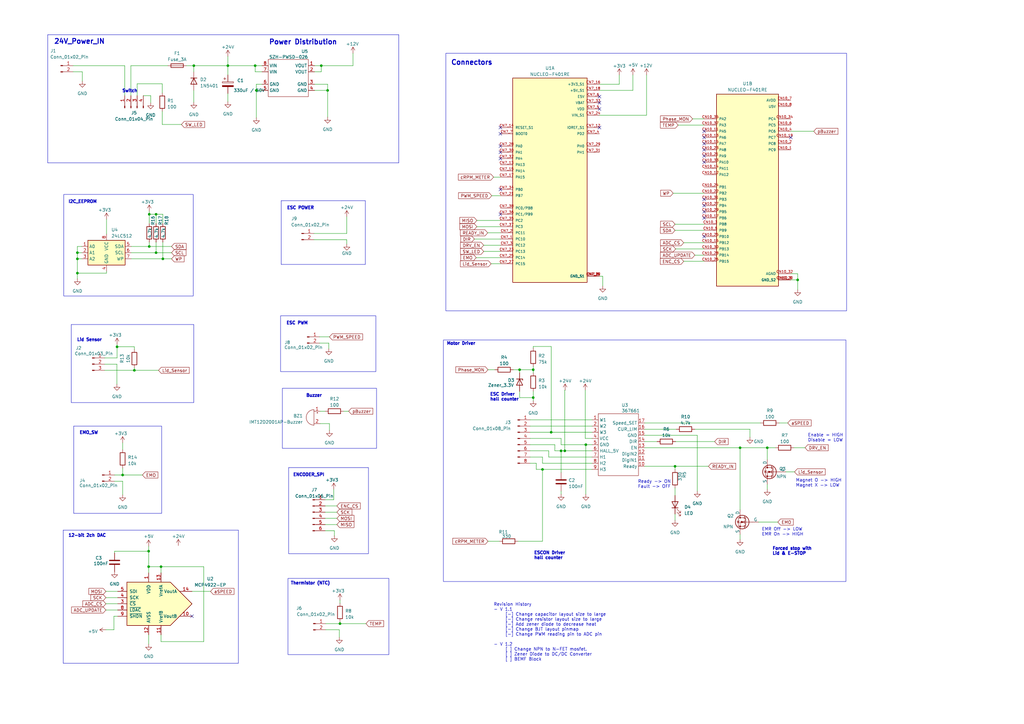
<source format=kicad_sch>
(kicad_sch (version 20230121) (generator eeschema)
  (paper "A3")
  (title_block (title "Spin Coater") (date "2023-03-14") (rev "Rev 1.0") (company "Omniscience"))
  (junction (at 218.694 151.638))
  (junction (at 61.214 87.884))
  (junction (at 303.53 183.642))
  (junction (at 31.75 112.014))
  (junction (at 276.86 191.262))
  (junction (at 64.008 87.884))
  (junction (at 48.006 142.24))
  (junction (at 230.124 184.912))
  (junction (at 104.648 26.924))
  (junction (at 222.504 192.532))
  (junction (at 60.96 226.06))
  (junction (at 79.502 26.924))
  (junction (at 327.152 114.808))
  (junction (at 31.75 106.172))
  (junction (at 50.292 194.818))
  (junction (at 314.706 183.642))
  (junction (at 240.284 182.372))
  (junction (at 61.214 101.092))
  (junction (at 231.648 184.912))
  (junction (at 131.7752 26.924))
  (junction (at 93.472 26.924))
  (junction (at 226.06 177.292))
  (junction (at 218.694 163.068))
  (junction (at 66.802 106.172))
  (junction (at 139.446 255.778))
  (junction (at 134.366 37.084))
  (junction (at 66.04 232.41))
  (junction (at 31.75 103.632))
  (junction (at 213.106 151.638))
  (junction (at 55.118 151.892))
  (junction (at 105.156 37.084))
  (junction (at 64.008 103.632))
  (junction (at 60.96 232.41))
  (no_connect (at 288.798 81.788))
  (no_connect (at 288.798 66.548))
  (no_connect (at 288.798 56.388))
  (no_connect (at 288.798 86.868))
  (no_connect (at 205.232 54.864))
  (no_connect (at 205.232 87.884))
  (no_connect (at 245.872 44.704))
  (no_connect (at 288.798 64.008))
  (no_connect (at 78.74 252.73))
  (no_connect (at 288.798 61.468))
  (no_connect (at 205.232 59.944))
  (no_connect (at 288.798 84.328))
  (no_connect (at 288.798 53.848))
  (no_connect (at 205.232 62.484))
  (no_connect (at 205.232 65.024))
  (no_connect (at 245.872 52.324))
  (no_connect (at 245.872 39.624))
  (no_connect (at 245.872 42.164))
  (no_connect (at 288.798 58.928))
  (no_connect (at 288.798 89.408))
  (no_connect (at 288.798 97.028))
  (no_connect (at 324.358 56.388))
  (no_connect (at 205.232 52.324))
  (no_connect (at 205.232 77.724))
  (wire (pts (xy 135.128 138.176) (xy 131.064 138.176)))
  (wire (pts (xy 131.7752 26.924) (xy 144.78 26.924)))
  (wire (pts (xy 217.424 182.372) (xy 227.584 182.372)))
  (wire (pts (xy 226.06 177.292) (xy 242.824 177.292)))
  (wire (pts (xy 143.002 168.656) (xy 140.97 168.656)))
  (wire (pts (xy 105.156 34.544) (xy 105.156 37.084)))
  (wire (pts (xy 31.75 101.092) (xy 31.75 103.632)))
  (wire (pts (xy 210.566 151.638) (xy 213.106 151.638)))
  (wire (pts (xy 66.04 260.35) (xy 66.04 263.144)))
  (wire (pts (xy 324.358 114.808) (xy 327.152 114.808)))
  (wire (pts (xy 327.152 114.808) (xy 327.152 118.7704)))
  (wire (pts (xy 139.192 261.366) (xy 139.192 258.318)))
  (wire (pts (xy 138.176 210.058) (xy 133.35 210.058)))
  (wire (pts (xy 284.988 176.022) (xy 307.594 176.022)))
  (wire (pts (xy 64.008 103.632) (xy 53.848 103.632)))
  (wire (pts (xy 64.008 87.884) (xy 64.008 91.694)))
  (wire (pts (xy 66.802 106.172) (xy 53.848 106.172)))
  (wire (pts (xy 56.2356 39.2176) (xy 56.2356 34.3916)))
  (wire (pts (xy 139.446 255.016) (xy 139.446 255.778)))
  (wire (pts (xy 276.86 191.262) (xy 276.86 192.532)))
  (wire (pts (xy 42.926 146.812) (xy 48.006 146.812)))
  (wire (pts (xy 264.414 183.642) (xy 303.53 183.642)))
  (wire (pts (xy 61.214 86.614) (xy 61.214 87.884)))
  (wire (pts (xy 46.99 226.06) (xy 60.96 226.06)))
  (wire (pts (xy 93.472 38.354) (xy 93.472 41.656)))
  (wire (pts (xy 60.96 260.35) (xy 60.96 264.16)))
  (wire (pts (xy 133.35 168.656) (xy 131.318 168.656)))
  (wire (pts (xy 105.156 37.084) (xy 105.156 48.26)))
  (wire (pts (xy 245.872 37.084) (xy 259.588 37.084)))
  (wire (pts (xy 43.434 245.11) (xy 48.26 245.11)))
  (wire (pts (xy 135.128 176.53) (xy 135.128 173.736)))
  (wire (pts (xy 314.706 200.66) (xy 314.706 198.628)))
  (wire (pts (xy 139.192 258.318) (xy 133.604 258.318)))
  (wire (pts (xy 43.688 89.916) (xy 43.688 96.012)))
  (wire (pts (xy 264.414 176.022) (xy 277.368 176.022)))
  (wire (pts (xy 217.424 184.912) (xy 225.044 184.912)))
  (wire (pts (xy 217.424 172.212) (xy 242.824 172.212)))
  (wire (pts (xy 201.422 108.204) (xy 205.232 108.204)))
  (wire (pts (xy 42.926 151.892) (xy 55.118 151.892)))
  (wire (pts (xy 47.9552 149.352) (xy 47.9552 157.5816)))
  (wire (pts (xy 202.438 72.644) (xy 205.232 72.644)))
  (wire (pts (xy 31.75 112.014) (xy 31.75 114.3)))
  (wire (pts (xy 128.778 98.298) (xy 142.24 98.298)))
  (wire (pts (xy 93.472 26.924) (xy 104.648 26.924)))
  (wire (pts (xy 276.098 79.248) (xy 288.798 79.248)))
  (wire (pts (xy 79.502 41.91) (xy 79.502 37.084)))
  (wire (pts (xy 327.152 112.268) (xy 327.152 114.808)))
  (wire (pts (xy 219.964 189.992) (xy 219.964 192.532)))
  (wire (pts (xy 29.972 29.464) (xy 33.782 29.464)))
  (wire (pts (xy 194.564 98.044) (xy 205.232 98.044)))
  (wire (pts (xy 142.24 95.758) (xy 128.778 95.758)))
  (wire (pts (xy 60.96 232.41) (xy 66.04 232.41)))
  (wire (pts (xy 142.24 88.9) (xy 142.24 95.758)))
  (wire (pts (xy 200.025 95.504) (xy 205.232 95.504)))
  (wire (pts (xy 48.006 142.24) (xy 55.118 142.24)))
  (wire (pts (xy 319.024 214.122) (xy 311.15 214.122)))
  (wire (pts (xy 242.824 184.912) (xy 231.648 184.912)))
  (wire (pts (xy 129.032 26.924) (xy 131.7752 26.924)))
  (wire (pts (xy 55.118 151.892) (xy 65.024 151.892)))
  (wire (pts (xy 61.214 101.092) (xy 53.848 101.092)))
  (wire (pts (xy 217.424 177.292) (xy 226.06 177.292)))
  (wire (pts (xy 60.96 226.06) (xy 60.96 232.41)))
  (wire (pts (xy 129.032 34.544) (xy 134.366 34.544)))
  (wire (pts (xy 230.124 184.912) (xy 227.584 184.912)))
  (wire (pts (xy 222.504 192.532) (xy 222.504 221.996)))
  (wire (pts (xy 225.044 187.452) (xy 242.824 187.452)))
  (wire (pts (xy 50.292 194.818) (xy 58.42 194.818)))
  (wire (pts (xy 138.176 215.138) (xy 133.35 215.138)))
  (wire (pts (xy 242.824 182.372) (xy 240.284 182.372)))
  (wire (pts (xy 79.502 26.924) (xy 79.502 29.464)))
  (wire (pts (xy 259.588 37.084) (xy 259.588 30.734)))
  (wire (pts (xy 218.694 142.113) (xy 218.694 142.748)))
  (wire (pts (xy 307.594 176.022) (xy 307.594 179.324)))
  (wire (pts (xy 64.008 87.884) (xy 61.214 87.884)))
  (wire (pts (xy 284.0736 48.768) (xy 288.798 48.768)))
  (wire (pts (xy 134.366 34.544) (xy 134.366 37.084)))
  (wire (pts (xy 218.694 151.638) (xy 218.694 150.368)))
  (wire (pts (xy 217.424 187.452) (xy 222.504 187.452)))
  (wire (pts (xy 66.04 232.41) (xy 83.566 232.41)))
  (wire (pts (xy 93.472 23.114) (xy 93.472 26.924)))
  (wire (pts (xy 43.434 247.65) (xy 48.26 247.65)))
  (wire (pts (xy 219.964 192.532) (xy 222.504 192.532)))
  (wire (pts (xy 58.7756 39.2176) (xy 61.7982 39.2176)))
  (wire (pts (xy 66.802 91.694) (xy 66.802 87.884)))
  (wire (pts (xy 31.75 112.014) (xy 43.688 112.014)))
  (wire (pts (xy 231.648 160.02) (xy 231.775 160.02)))
  (wire (pts (xy 144.78 21.844) (xy 144.78 26.924)))
  (wire (pts (xy 200.152 221.996) (xy 204.851 221.996)))
  (wire (pts (xy 150.114 255.778) (xy 139.446 255.778)))
  (wire (pts (xy 318.008 183.642) (xy 314.706 183.642)))
  (wire (pts (xy 46.736 252.73) (xy 46.736 258.318)))
  (wire (pts (xy 60.96 232.41) (xy 60.96 234.95)))
  (wire (pts (xy 303.53 221.234) (xy 303.53 219.202)))
  (wire (pts (xy 50.292 184.404) (xy 50.292 181.61)))
  (wire (pts (xy 135.128 173.736) (xy 131.318 173.736)))
  (wire (pts (xy 230.124 182.372) (xy 240.284 182.372)))
  (wire (pts (xy 240.284 182.372) (xy 240.284 202.692)))
  (wire (pts (xy 129.032 29.464) (xy 131.7752 29.464)))
  (wire (pts (xy 230.124 179.832) (xy 217.424 179.832)))
  (wire (pts (xy 66.04 263.144) (xy 83.566 263.144)))
  (wire (pts (xy 277.114 181.102) (xy 293.116 181.102)))
  (wire (pts (xy 50.292 194.818) (xy 50.292 192.024)))
  (wire (pts (xy 139.446 246.126) (xy 139.446 247.396)))
  (wire (pts (xy 31.75 103.632) (xy 31.75 106.172)))
  (wire (pts (xy 53.6956 26.924) (xy 53.6956 39.2176)))
  (wire (pts (xy 213.106 151.638) (xy 218.694 151.638)))
  (wire (pts (xy 70.358 101.092) (xy 61.214 101.092)))
  (wire (pts (xy 78.74 242.57) (xy 86.36 242.57)))
  (wire (pts (xy 222.504 189.992) (xy 242.824 189.992)))
  (wire (pts (xy 138.176 207.518) (xy 133.35 207.518)))
  (wire (pts (xy 264.414 181.102) (xy 269.494 181.102)))
  (wire (pts (xy 218.694 152.908) (xy 218.694 151.638)))
  (wire (pts (xy 66.802 99.314) (xy 66.802 106.172)))
  (wire (pts (xy 131.7752 29.464) (xy 131.7752 26.924)))
  (wire (pts (xy 46.99 226.822) (xy 46.99 226.06)))
  (wire (pts (xy 218.694 163.068) (xy 218.694 164.338)))
  (wire (pts (xy 136.906 204.978) (xy 133.35 204.978)))
  (wire (pts (xy 276.86 91.948) (xy 288.798 91.948)))
  (wire (pts (xy 46.99 194.818) (xy 50.292 194.818)))
  (wire (pts (xy 195.58 92.964) (xy 205.232 92.964)))
  (wire (pts (xy 60.96 224.028) (xy 60.96 226.06)))
  (wire (pts (xy 61.214 87.884) (xy 61.214 91.694)))
  (wire (pts (xy 76.454 26.924) (xy 79.502 26.924)))
  (wire (pts (xy 195.326 105.664) (xy 205.232 105.664)))
  (wire (pts (xy 280.416 107.188) (xy 288.798 107.188)))
  (wire (pts (xy 222.504 187.452) (xy 222.504 189.992)))
  (wire (pts (xy 230.124 182.372) (xy 230.124 179.832)))
  (wire (pts (xy 247.1928 113.284) (xy 245.872 113.284)))
  (wire (pts (xy 280.416 99.568) (xy 288.798 99.568)))
  (wire (pts (xy 290.576 191.262) (xy 276.86 191.262)))
  (wire (pts (xy 231.648 160.02) (xy 231.648 184.912)))
  (wire (pts (xy 134.874 143.002) (xy 134.874 140.716)))
  (wire (pts (xy 55.118 143.256) (xy 55.118 142.24)))
  (wire (pts (xy 133.604 255.778) (xy 139.446 255.778)))
  (wire (pts (xy 104.648 29.464) (xy 104.648 26.924)))
  (wire (pts (xy 31.75 103.632) (xy 33.528 103.632)))
  (wire (pts (xy 46.736 258.318) (xy 43.434 258.318)))
  (wire (pts (xy 231.648 184.912) (xy 230.124 184.912)))
  (wire (pts (xy 48.006 142.24) (xy 48.006 146.812)))
  (wire (pts (xy 55.118 150.876) (xy 55.118 151.892)))
  (wire (pts (xy 83.566 263.144) (xy 83.566 232.41)))
  (wire (pts (xy 70.358 106.172) (xy 66.802 106.172)))
  (wire (pts (xy 66.548 34.3916) (xy 66.548 38.1)))
  (wire (pts (xy 213.106 152.908) (xy 213.106 151.638)))
  (wire (pts (xy 29.972 26.924) (xy 51.1556 26.924)))
  (wire (pts (xy 134.874 140.716) (xy 131.064 140.716)))
  (wire (pts (xy 104.648 26.924) (xy 107.442 26.924)))
  (wire (pts (xy 265.176 47.244) (xy 245.872 47.244)))
  (wire (pts (xy 48.26 252.73) (xy 46.736 252.73)))
  (wire (pts (xy 107.442 29.464) (xy 104.648 29.464)))
  (wire (pts (xy 333.756 53.848) (xy 324.358 53.848)))
  (wire (pts (xy 107.442 37.084) (xy 105.156 37.084)))
  (wire (pts (xy 319.532 173.482) (xy 323.088 173.482)))
  (wire (pts (xy 225.044 184.912) (xy 225.044 187.452)))
  (wire (pts (xy 201.676 80.264) (xy 205.232 80.264)))
  (wire (pts (xy 330.2 183.642) (xy 325.628 183.642)))
  (wire (pts (xy 137.16 219.71) (xy 137.16 217.678)))
  (wire (pts (xy 66.548 51.054) (xy 74.422 51.054)))
  (wire (pts (xy 43.434 250.19) (xy 48.26 250.19)))
  (wire (pts (xy 107.442 34.544) (xy 105.156 34.544)))
  (wire (pts (xy 217.424 174.752) (xy 242.824 174.752)))
  (wire (pts (xy 93.472 26.924) (xy 93.472 30.734)))
  (wire (pts (xy 286.004 178.562) (xy 286.004 201.422)))
  (wire (pts (xy 31.75 106.172) (xy 31.75 112.014)))
  (wire (pts (xy 314.706 183.642) (xy 314.706 188.468)))
  (wire (pts (xy 265.176 30.734) (xy 265.176 47.244)))
  (wire (pts (xy 226.06 142.113) (xy 226.06 177.292)))
  (wire (pts (xy 66.548 45.72) (xy 66.548 51.054)))
  (wire (pts (xy 242.824 179.832) (xy 240.03 179.832)))
  (wire (pts (xy 303.53 183.642) (xy 303.53 209.042)))
  (wire (pts (xy 254 34.544) (xy 254 30.734)))
  (wire (pts (xy 64.008 99.314) (xy 64.008 103.632)))
  (wire (pts (xy 276.86 94.488) (xy 288.798 94.488)))
  (wire (pts (xy 200.152 151.638) (xy 202.946 151.638)))
  (wire (pts (xy 70.358 103.632) (xy 64.008 103.632)))
  (wire (pts (xy 51.1556 39.2176) (xy 51.1556 26.924)))
  (wire (pts (xy 56.2356 34.3916) (xy 66.548 34.3916)))
  (wire (pts (xy 264.414 173.482) (xy 311.912 173.482)))
  (wire (pts (xy 129.032 37.084) (xy 134.366 37.084)))
  (wire (pts (xy 277.114 102.108) (xy 288.798 102.108)))
  (wire (pts (xy 142.24 98.298) (xy 142.24 100.076)))
  (wire (pts (xy 198.374 100.584) (xy 205.232 100.584)))
  (wire (pts (xy 43.434 242.57) (xy 48.26 242.57)))
  (wire (pts (xy 42.926 149.352) (xy 47.9552 149.352)))
  (wire (pts (xy 198.374 103.124) (xy 205.232 103.124)))
  (wire (pts (xy 66.04 234.95) (xy 66.04 232.41)))
  (wire (pts (xy 325.882 193.548) (xy 322.326 193.548)))
  (wire (pts (xy 33.782 29.464) (xy 33.782 33.274)))
  (wire (pts (xy 68.834 26.924) (xy 53.6956 26.924)))
  (wire (pts (xy 276.86 200.152) (xy 276.86 203.2)))
  (wire (pts (xy 240.03 160.02) (xy 240.03 179.832)))
  (wire (pts (xy 79.502 26.924) (xy 93.472 26.924)))
  (wire (pts (xy 230.124 201.422) (xy 230.124 202.692)))
  (wire (pts (xy 61.214 99.314) (xy 61.214 101.092)))
  (wire (pts (xy 278.13 51.308) (xy 288.798 51.308)))
  (wire (pts (xy 50.292 197.358) (xy 46.99 197.358)))
  (wire (pts (xy 222.504 192.532) (xy 242.824 192.532)))
  (wire (pts (xy 50.292 197.358) (xy 50.292 202.946)))
  (wire (pts (xy 195.58 90.424) (xy 205.232 90.424)))
  (wire (pts (xy 43.688 111.252) (xy 43.688 112.014)))
  (wire (pts (xy 134.366 37.084) (xy 134.366 48.006)))
  (wire (pts (xy 33.528 101.092) (xy 31.75 101.092)))
  (wire (pts (xy 230.124 184.912) (xy 230.124 193.802)))
  (wire (pts (xy 303.53 183.642) (xy 314.706 183.642)))
  (wire (pts (xy 31.75 106.172) (xy 33.528 106.172)))
  (wire (pts (xy 284.988 104.648) (xy 288.798 104.648)))
  (wire (pts (xy 213.106 163.068) (xy 218.694 163.068)))
  (wire (pts (xy 276.86 191.262) (xy 264.414 191.262)))
  (wire (pts (xy 217.424 189.992) (xy 219.964 189.992)))
  (wire (pts (xy 245.872 34.544) (xy 254 34.544)))
  (wire (pts (xy 227.584 184.912) (xy 227.584 182.372)))
  (wire (pts (xy 218.694 142.113) (xy 226.06 142.113)))
  (wire (pts (xy 138.176 212.598) (xy 133.35 212.598)))
  (wire (pts (xy 324.358 112.268) (xy 327.152 112.268)))
  (wire (pts (xy 218.694 160.528) (xy 218.694 163.068)))
  (wire (pts (xy 247.1928 117.2972) (xy 247.1928 113.284)))
  (wire (pts (xy 264.414 178.562) (xy 286.004 178.562)))
  (wire (pts (xy 276.86 213.36) (xy 276.86 210.82)))
  (wire (pts (xy 66.802 87.884) (xy 64.008 87.884)))
  (wire (pts (xy 48.006 141.224) (xy 48.006 142.24)))
  (wire (pts (xy 137.16 217.678) (xy 133.35 217.678)))
  (wire (pts (xy 212.471 221.996) (xy 222.504 221.996)))
  (wire (pts (xy 61.7982 39.2176) (xy 61.7982 42.1386)))
  (wire (pts (xy 213.106 160.528) (xy 213.106 163.068)))
  (wire (pts (xy 136.906 200.66) (xy 136.906 204.978)))
  (rectangle (start 182.88 21.844) (end 347.218 127.508))
  (rectangle (start 26.162 79.756) (end 79.248 121.412))
  (rectangle (start 30.226 174.752) (end 66.294 210.566))
  (rectangle (start 29.21 133.096) (end 79.502 165.1))
  (rectangle (start 115.824 159.258) (end 154.432 183.896))
  (rectangle (start 25.908 217.424) (end 97.79 272.034))
  (rectangle (start 118.364 191.77) (end 151.13 227.076))
  (rectangle (start 115.062 129.54) (end 154.178 152.4))
  (rectangle (start 118.11 237.236) (end 159.512 268.478))
  (rectangle (start 115.316 82.296) (end 149.86 108.458))
  (rectangle (start 19.558 14.224) (end 163.576 66.802))
  (rectangle (start 181.864 139.446) (end 346.964 238.506))
  (text "ESC Driver\nhall counter" (at 200.914 164.592 0) (effects (font (size 1.25 1.25) (thickness 0.4) bold) (justify left bottom)))
  (text "Buzzer" (at 125.476 163.068 0) (effects (font (size 1.25 1.25) (thickness 0.4) bold) (justify left bottom)))
  (text "Lid Sensor" (at 31.496 140.208 0) (effects (font (size 1.25 1.25) (thickness 0.4) bold) (justify left bottom)))
  (text "12-bit 2ch DAC" (at 27.94 220.472 0) (effects (font (size 1.25 1.25) (thickness 0.4) bold) (justify left bottom)))
  (text "24V_Power_IN" (at 22.098 18.288 0) (effects (font (size 2 2) (thickness 0.4) bold) (justify left bottom)))
  (text "Enable = HIGH\nDisable = LOW" (at 331.3176 181.356 0) (effects (font (size 1.27 1.27)) (justify left bottom)))
  (text "I2C_EEPROM" (at 27.94 83.566 0) (effects (font (size 1.25 1.25) (thickness 0.4) bold) (justify left bottom)))
  (text "EMO_SW" (at 32.512 178.308 0) (effects (font (size 1.25 1.25) (thickness 0.4) bold) (justify left bottom)))
  (text "ESCON Driver\nhall counter" (at 218.948 229.616 0) (effects (font (size 1.25 1.25) (thickness 0.4) bold) (justify left bottom)))
  (text "Ready -> ON\nFault -> OFF" (at 261.62 200.406 0) (effects (font (size 1.27 1.27)) (justify left bottom)))
  (text "Magnet O -> HIGH\nMagnet X -> LOW" (at 326.39 199.898 0) (effects (font (size 1.27 1.27)) (justify left bottom)))
  (text "ESC POWER" (at 117.602 86.106 0) (effects (font (size 1.25 1.25) (thickness 0.4) bold) (justify left bottom)))
  (text "Revision History\n- V 1.1\n	[-] Change capacitor layout size to large\n	[-] Change resistor layout size to large\n	[-] Add zener diode to decrease heat\n	[-] Change BJT layout pinmap\n	[-] Change PWM reading pin to ADC pin\n\n- V 1.2\n	[ ] Change NPN to N-FET mosfet.\n	[ ] Zener Diode to DC/DC Converter\n	[ ] BEMF Block" (at 202.438 271.272 0) (effects (font (size 1.27 1.27)) (justify left bottom)))
  (text "Connectors" (at 184.912 26.924 0) (effects (font (size 2 2) (thickness 0.4) bold) (justify left bottom)))
  (text "Forced stop with\nLid & E-STOP" (at 316.738 227.838 0) (effects (font (size 1.25 1.25) (thickness 0.4) bold) (justify left bottom)))
  (text "ENCODER_SPI" (at 120.142 195.58 0) (effects (font (size 1.25 1.25) (thickness 0.4) bold) (justify left bottom)))
  (text "EMR Off -> LOW\nEMR On -> HIGH" (at 312.42 219.964 0) (effects (font (size 1.27 1.27)) (justify left bottom)))
  (text "Motor Driver" (at 183.134 141.732 0) (effects (font (size 1.25 1.25) (thickness 0.4) bold) (justify left bottom)))
  (text "Thermistor (NTC)" (at 119.126 240.03 0) (effects (font (size 1.25 1.25) (thickness 0.4) bold) (justify left bottom)))
  (text "ESC PWM" (at 117.348 133.35 0) (effects (font (size 1.25 1.25) (thickness 0.4) bold) (justify left bottom)))
  (text "Switch" (at 50.038 38.1 0) (effects (font (size 1.25 1.25) (thickness 0.4) bold) (justify left bottom)))
  (text "Power Distribution" (at 110.236 18.542 0) (effects (font (size 2 2) (thickness 0.4) bold) (justify left bottom)))
  (global_label "MISO" (shape input) (at 195.58 90.424 180) (property "Intersheetrefs" "${INTERSHEET_REFS}" (effects hide)))
  (global_label "Phase_MON" (shape input) (at 284.0736 48.768 180) (property "Intersheetrefs" "${INTERSHEET_REFS}" (effects hide)))
  (global_label "SW_LED" (shape input) (at 198.374 103.124 180) (property "Intersheetrefs" "${INTERSHEET_REFS}" (effects hide)))
  (global_label "DIR" (shape input) (at 194.564 98.044 180) (property "Intersheetrefs" "${INTERSHEET_REFS}" (effects hide)))
  (global_label "MOSI" (shape input) (at 195.58 92.964 180) (property "Intersheetrefs" "${INTERSHEET_REFS}" (effects hide)))
  (global_label "PWM_SPEED" (shape input) (at 201.676 80.264 180) (property "Intersheetrefs" "${INTERSHEET_REFS}" (effects hide)))
  (global_label "Lid_Sensor" (shape input) (at 325.882 193.548 0) (property "Intersheetrefs" "${INTERSHEET_REFS}" (effects hide)))
  (global_label "pBuzzer" (shape input) (at 143.002 168.656 0) (property "Intersheetrefs" "${INTERSHEET_REFS}" (effects hide)))
  (global_label "aSPEED" (shape input) (at 323.088 173.482 0) (property "Intersheetrefs" "${INTERSHEET_REFS}" (effects hide)))
  (global_label "pBuzzer" (shape input) (at 333.756 53.848 0) (property "Intersheetrefs" "${INTERSHEET_REFS}" (effects hide)))
  (global_label "WP" (shape input) (at 70.358 106.172 0) (property "Intersheetrefs" "${INTERSHEET_REFS}" (effects hide)))
  (global_label "SCL" (shape input) (at 276.86 91.948 180) (property "Intersheetrefs" "${INTERSHEET_REFS}" (effects hide)))
  (global_label "Phase_MON" (shape input) (at 200.152 151.638 180) (property "Intersheetrefs" "${INTERSHEET_REFS}" (effects hide)))
  (global_label "aSPEED" (shape input) (at 86.36 242.57 0) (property "Intersheetrefs" "${INTERSHEET_REFS}" (effects hide)))
  (global_label "SW_LED" (shape input) (at 74.422 51.054 0) (property "Intersheetrefs" "${INTERSHEET_REFS}" (effects hide)))
  (global_label "EMO" (shape input) (at 319.024 214.122 0) (property "Intersheetrefs" "${INTERSHEET_REFS}" (effects hide)))
  (global_label "cRPM_METER" (shape input) (at 202.438 72.644 180) (property "Intersheetrefs" "${INTERSHEET_REFS}" (effects hide)))
  (global_label "ENC_CS" (shape input) (at 280.416 107.188 180) (property "Intersheetrefs" "${INTERSHEET_REFS}" (effects hide)))
  (global_label "MOSI" (shape input) (at 138.176 212.598 0) (property "Intersheetrefs" "${INTERSHEET_REFS}" (effects hide)))
  (global_label "SDA" (shape input) (at 70.358 101.092 0) (property "Intersheetrefs" "${INTERSHEET_REFS}" (effects hide)))
  (global_label "TEMP" (shape input) (at 278.13 51.308 180) (property "Intersheetrefs" "${INTERSHEET_REFS}" (effects hide)))
  (global_label "ADC_CS" (shape input) (at 43.434 247.65 180) (property "Intersheetrefs" "${INTERSHEET_REFS}" (effects hide)))
  (global_label "cRPM_METER" (shape input) (at 200.152 221.996 180) (property "Intersheetrefs" "${INTERSHEET_REFS}" (effects hide)))
  (global_label "WP" (shape input) (at 276.098 79.248 180) (property "Intersheetrefs" "${INTERSHEET_REFS}" (effects hide)))
  (global_label "Lid_Sensor" (shape input) (at 201.422 108.204 180) (property "Intersheetrefs" "${INTERSHEET_REFS}" (effects hide)))
  (global_label "ADC_UPDATE" (shape input) (at 284.988 104.648 180) (property "Intersheetrefs" "${INTERSHEET_REFS}" (effects hide)))
  (global_label "ADC_UPDATE" (shape input) (at 43.434 250.19 180) (property "Intersheetrefs" "${INTERSHEET_REFS}" (effects hide)))
  (global_label "Lid_Sensor" (shape input) (at 65.024 151.892 0) (property "Intersheetrefs" "${INTERSHEET_REFS}" (effects hide)))
  (global_label "EMO" (shape input) (at 195.326 105.664 180) (property "Intersheetrefs" "${INTERSHEET_REFS}" (effects hide)))
  (global_label "SCK" (shape input) (at 43.434 245.11 180) (property "Intersheetrefs" "${INTERSHEET_REFS}" (effects hide)))
  (global_label "MOSI" (shape input) (at 43.434 242.57 180) (property "Intersheetrefs" "${INTERSHEET_REFS}" (effects hide)))
  (global_label "MISO" (shape input) (at 138.176 215.138 0) (property "Intersheetrefs" "${INTERSHEET_REFS}" (effects hide)))
  (global_label "READY_IN" (shape input) (at 290.576 191.262 0) (property "Intersheetrefs" "${INTERSHEET_REFS}" (effects hide)))
  (global_label "DIR" (shape input) (at 293.116 181.102 0) (property "Intersheetrefs" "${INTERSHEET_REFS}" (effects hide)))
  (global_label "ADC_CS" (shape input) (at 280.416 99.568 180) (property "Intersheetrefs" "${INTERSHEET_REFS}" (effects hide)))
  (global_label "EMO" (shape input) (at 58.42 194.818 0) (property "Intersheetrefs" "${INTERSHEET_REFS}" (effects hide)))
  (global_label "PWM_SPEED" (shape input) (at 135.128 138.176 0) (property "Intersheetrefs" "${INTERSHEET_REFS}" (effects hide)))
  (global_label "ENC_CS" (shape input) (at 138.176 207.518 0) (property "Intersheetrefs" "${INTERSHEET_REFS}" (effects hide)))
  (global_label "SCK" (shape input) (at 138.176 210.058 0) (property "Intersheetrefs" "${INTERSHEET_REFS}" (effects hide)))
  (global_label "SCL" (shape input) (at 70.358 103.632 0) (property "Intersheetrefs" "${INTERSHEET_REFS}" (effects hide)))
  (global_label "DRV_EN" (shape input) (at 330.2 183.642 0) (property "Intersheetrefs" "${INTERSHEET_REFS}" (effects hide)))
  (global_label "READY_IN" (shape input) (at 200.025 95.504 180) (property "Intersheetrefs" "${INTERSHEET_REFS}" (effects hide)))
  (global_label "DRV_EN" (shape input) (at 198.374 100.584 180) (property "Intersheetrefs" "${INTERSHEET_REFS}" (effects hide)))
  (global_label "SDA" (shape input) (at 276.86 94.488 180) (property "Intersheetrefs" "${INTERSHEET_REFS}" (effects hide)))
  (global_label "TEMP" (shape input) (at 150.114 255.778 0) (property "Intersheetrefs" "${INTERSHEET_REFS}" (effects hide)))
  (global_label "SCK" (shape input) (at 277.114 102.108 180) (property "Intersheetrefs" "${INTERSHEET_REFS}" (effects hide)))
  (symbol (lib_id "Connector:Conn_01x02_Pin") (at 125.984 138.176 0) (unit 1)
    (property "Reference" "J8" (at 117.856 140.462 0))
    (property "Value" "Conn_01x02_Pin" (at 124.46 142.494 0))
    (property "Footprint" "Connector_JST:JST_EH_B2B-EH-A_1x02_P2.50mm_Vertical" (effects hide))
  )
  (symbol (lib_id "Device:LED") (at 276.86 207.01 90) (unit 1)
    (property "Reference" "D4" (at 280.67 207.9625 90) (effects (justify right)))
    (property "Value" "LED" (at 280.67 210.5025 90) (effects (justify right)))
    (property "Footprint" "LED_THT:LED_D3.0mm" (effects hide))
  )
  (symbol (lib_id "power:GND") (at 230.124 202.692 0) (unit 1)
    (property "Reference" "#PWR020" (effects hide))
    (property "Value" "GND" (at 230.124 207.772 0))
  )
  (symbol (lib_id "Connector:Conn_01x06_Pin") (at 128.27 210.058 0) (unit 1)
    (property "Reference" "J7" (at 128.905 200.914 0))
    (property "Value" "Conn_01x06_Pin" (at 128.905 203.454 0))
    (property "Footprint" "Connector_JST:JST_EH_B6B-EH-A_1x06_P2.50mm_Vertical" (effects hide))
  )
  (symbol (lib_id "Device:D_Zener") (at 213.106 156.718 270) (unit 1)
    (property "Reference" "D3" (at 208.28 155.956 90) (effects (justify left)))
    (property "Value" "Zener_3.3V" (at 200.152 157.988 90) (effects (justify left)))
    (property "Footprint" "Diode_THT:D_5W_P10.16mm_Horizontal" (effects hide))
  )
  (symbol (lib_id "Device:R") (at 281.178 176.022 270) (mirror x) (unit 1)
    (property "Reference" "R10" (at 281.178 170.942 90))
    (property "Value" "4.7k" (at 281.178 173.482 90))
    (property "Footprint" "Resistor_THT:R_Axial_DIN0207_L6.3mm_D2.5mm_P10.16mm_Horizontal" (effects hide))
  )
  (symbol (lib_id "Device:R") (at 273.304 181.102 90) (unit 1)
    (property "Reference" "R6" (at 273.304 176.022 90))
    (property "Value" "10k" (at 273.304 178.562 90))
    (property "Footprint" "Resistor_THT:R_Axial_DIN0207_L6.3mm_D2.5mm_P10.16mm_Horizontal" (effects hide))
  )
  (symbol (lib_id "Converter_DCDC:SZH-PWSD-026") (at 118.872 30.734 0) (mirror y) (unit 1)
    (property "Reference" "U5" (at 124.968 21.082 0))
    (property "Value" "SZH-PWSD-026" (at 118.364 23.368 0))
    (property "Footprint" "Symbol:DCDC_SZH-PWSD-026" (effects hide))
  )
  (symbol (lib_id "Diode:1N5401") (at 79.502 33.274 270) (unit 1)
    (property "Reference" "D2" (at 82.042 32.639 90) (effects (justify left)))
    (property "Value" "1N5401" (at 82.042 35.179 90) (effects (justify left)))
    (property "Footprint" "Diode_THT:D_DO-201AD_P15.24mm_Horizontal" (effects hide))
    (property "Datasheet" "http://www.vishay.com/docs/88516/1n5400.pdf" (effects hide))
    (property "Sim.Device" "D" (effects hide))
    (property "Sim.Pins" "1=K 2=A" (effects hide))
  )
  (symbol (lib_id "power:GND") (at 134.874 143.002 0) (unit 1)
    (property "Reference" "#PWR043" (effects hide))
    (property "Value" "GND" (at 134.874 148.082 0))
  )
  (symbol (lib_id "power:+3V3") (at 61.214 86.614 0) (unit 1)
    (property "Reference" "#PWR040" (effects hide))
    (property "Value" "+3V3" (at 60.452 82.804 0))
  )
  (symbol (lib_id "Memory_EEPROM:24LC512") (at 43.688 103.632 0) (unit 1)
    (property "Reference" "U4" (at 45.6439 94.234 0) (effects (justify left)))
    (property "Value" "24LC512" (at 45.6439 96.774 0) (effects (justify left)))
    (property "Footprint" "Package_DIP:DIP-8_W7.62mm_Socket" (effects hide))
    (property "Datasheet" "http://ww1.microchip.com/downloads/en/DeviceDoc/21754M.pdf" (effects hide))
  )
  (symbol (lib_id "power:GND") (at 327.152 118.7704 0) (unit 1)
    (property "Reference" "#PWR010" (effects hide))
    (property "Value" "GND" (at 327.152 123.8504 0))
  )
  (symbol (lib_id "Connector:Conn_01x08_Pin") (at 212.344 179.832 0) (unit 1)
    (property "Reference" "J3" (at 209.55 173.228 0) (effects (justify right)))
    (property "Value" "Conn_01x08_Pin" (at 209.55 175.768 0) (effects (justify right)))
    (property "Footprint" "Connector_JST:JST_EH_B8B-EH-A_1x08_P2.50mm_Vertical" (effects hide))
  )
  (symbol (lib_id "power:GND") (at 79.502 41.91 0) (unit 1)
    (property "Reference" "#PWR02" (effects hide))
    (property "Value" "GND" (at 79.502 46.99 0))
  )
  (symbol (lib_id "power:+24V") (at 73.152 223.774 0) (unit 1)
    (property "Reference" "#PWR06" (effects hide))
    (property "Value" "DRV_5V" (at 73.152 219.964 0))
  )
  (symbol (lib_id "Device:R") (at 139.446 251.206 0) (unit 1)
    (property "Reference" "R8" (at 141.5542 250.571 0) (effects (justify left)))
    (property "Value" "10k" (at 141.5542 253.111 0) (effects (justify left)))
    (property "Footprint" "Resistor_THT:R_Axial_DIN0207_L6.3mm_D2.5mm_P10.16mm_Horizontal" (effects hide))
  )
  (symbol (lib_id "power:GND") (at 139.192 261.366 0) (unit 1)
    (property "Reference" "#PWR030" (effects hide))
    (property "Value" "GND" (at 139.192 266.446 0))
  )
  (symbol (lib_id "Connector:Conn_01x02_Pin") (at 24.892 26.924 0) (unit 1)
    (property "Reference" "J1" (at 21.844 20.828 0))
    (property "Value" "Conn_01x02_Pin" (at 28.448 23.368 0))
    (property "Footprint" "Connector_JST:JST_EH_B2B-EH-A_1x02_P2.50mm_Vertical" (effects hide))
  )
  (symbol (lib_id "Connector:Conn_01x02_Pin") (at 41.91 194.818 0) (unit 1)
    (property "Reference" "J4" (at 33.782 197.104 0))
    (property "Value" "Conn_01x02_Pin" (at 40.386 199.136 0))
    (property "Footprint" "Connector_JST:JST_EH_B2B-EH-A_1x02_P2.50mm_Vertical" (effects hide))
  )
  (symbol (lib_id "power:GND") (at 286.004 201.422 0) (unit 1)
    (property "Reference" "#PWR018" (effects hide))
    (property "Value" "GND" (at 286.004 206.502 0))
  )
  (symbol (lib_id "power:+3V3") (at 50.292 181.61 0) (unit 1)
    (property "Reference" "#PWR038" (effects hide))
    (property "Value" "+3V3" (at 49.53 177.8 0))
  )
  (symbol (lib_id "power:+5V") (at 43.434 258.318 90) (unit 1)
    (property "Reference" "#PWR032" (effects hide))
    (property "Value" "+5V" (at 40.132 258.953 90) (effects (justify left)))
  )
  (symbol (lib_id "Device:R") (at 315.722 173.482 90) (unit 1)
    (property "Reference" "R9" (at 315.722 168.402 90))
    (property "Value" "100" (at 315.722 170.942 90))
    (property "Footprint" "Resistor_THT:R_Axial_DIN0207_L6.3mm_D2.5mm_P10.16mm_Horizontal" (effects hide))
  )
  (symbol (lib_id "power:GND") (at 46.99 234.442 0) (unit 1)
    (property "Reference" "#PWR026" (effects hide))
    (property "Value" "GND" (at 46.99 239.522 0))
  )
  (symbol (lib_id "power:+5V") (at 259.588 30.734 0) (unit 1)
    (property "Reference" "#PWR022" (effects hide))
    (property "Value" "+5V" (at 259.588 26.67 0))
  )
  (symbol (lib_id "MCU_Module:NUCLEO-F401RE") (at 225.552 72.644 0) (unit 1)
    (property "Reference" "U1" (at 225.552 27.94 0))
    (property "Value" "NUCLEO-F401RE" (at 225.552 30.48 0))
    (property "Footprint" "Module:ST_NUCLEO-F401RE" (effects hide))
    (property "PARTREV" "13" (effects hide))
    (property "MANUFACTURER" "STMicroelectronics" (effects hide))
    (property "STANDARD" "Manufacturer Recommendations" (effects hide))
    (property "MAXIMUM_PACKAGE_HEIGHT" "N/A" (effects hide))
  )
  (symbol (lib_id "power:GND") (at 307.594 179.324 0) (unit 1)
    (property "Reference" "#PWR027" (effects hide))
    (property "Value" "GND" (at 311.15 181.102 0))
  )
  (symbol (lib_id "Device:R") (at 321.818 183.642 270) (mirror x) (unit 1)
    (property "Reference" "R7" (at 321.818 178.562 90))
    (property "Value" "100" (at 321.818 181.102 90))
    (property "Footprint" "Resistor_THT:R_Axial_DIN0207_L6.3mm_D2.5mm_P10.16mm_Horizontal" (effects hide))
  )
  (symbol (lib_id "Connector:Conn_01x03_Pin") (at 37.846 149.352 0) (unit 1)
    (property "Reference" "J2" (at 32.258 142.748 0))
    (property "Value" "Conn_01x03_Pin" (at 38.481 145.034 0))
    (property "Footprint" "Connector_JST:JST_EH_B3B-EH-A_1x03_P2.50mm_Vertical" (effects hide))
  )
  (symbol (lib_id "power:GND") (at 134.366 48.006 0) (unit 1)
    (property "Reference" "#PWR024" (effects hide))
    (property "Value" "GND" (at 134.366 53.086 0))
  )
  (symbol (lib_id "power:+12V") (at 144.78 21.844 0) (unit 1)
    (property "Reference" "#PWR04" (effects hide))
    (property "Value" "+12V" (at 144.526 18.034 0))
  )
  (symbol (lib_id "Device:C") (at 46.99 230.632 0) (unit 1)
    (property "Reference" "C3" (at 39.116 228.854 0) (effects (justify left)))
    (property "Value" "100nF" (at 38.354 231.14 0) (effects (justify left)))
    (property "Footprint" "Capacitor_THT:C_Disc_D4.3mm_W1.9mm_P5.00mm" (effects hide))
  )
  (symbol (lib_id "Device:R") (at 66.802 95.504 0) (mirror y) (unit 1)
    (property "Reference" "R18" (at 68.326 90.424 90))
    (property "Value" "4.7k" (at 67.056 95.504 90))
    (property "Footprint" "Resistor_THT:R_Axial_DIN0207_L6.3mm_D2.5mm_P10.16mm_Horizontal" (effects hide))
  )
  (symbol (lib_id "power:+5V") (at 60.96 224.028 0) (unit 1)
    (property "Reference" "#PWR013" (effects hide))
    (property "Value" "+5V" (at 60.96 219.964 0))
  )
  (symbol (lib_id "Device:R") (at 218.694 156.718 0) (unit 1)
    (property "Reference" "R3" (at 220.8022 156.083 0) (effects (justify left)))
    (property "Value" "10k" (at 220.8022 158.623 0) (effects (justify left)))
    (property "Footprint" "Resistor_THT:R_Axial_DIN0207_L6.3mm_D2.5mm_P10.16mm_Horizontal" (effects hide))
  )
  (symbol (lib_id "power:GND") (at 47.9552 157.5816 0) (unit 1)
    (property "Reference" "#PWR08" (effects hide))
    (property "Value" "GND" (at 47.9552 162.6616 0))
  )
  (symbol (lib_id "Device:Buzzer") (at 128.778 171.196 0) (mirror y) (unit 1)
    (property "Reference" "BZ1" (at 124.206 170.561 0) (effects (justify left)))
    (property "Value" "IMT12D2001AP-Buzzer" (at 124.206 173.101 0) (effects (justify left)))
    (property "Footprint" "Buzzer_Beeper:MagneticBuzzer_ProSignal_ABT-410-RC" (effects hide))
  )
  (symbol (lib_id "power:+24V") (at 142.24 88.9 0) (unit 1)
    (property "Reference" "#PWR044" (effects hide))
    (property "Value" "+24V" (at 142.24 85.09 0))
  )
  (symbol (lib_id "power:+24V") (at 240.03 160.02 0) (unit 1)
    (property "Reference" "#PWR016" (effects hide))
    (property "Value" "+24V" (at 240.03 156.21 0))
  )
  (symbol (lib_id "Device:R") (at 55.118 147.066 0) (mirror y) (unit 1)
    (property "Reference" "R13" (at 50.038 147.066 90))
    (property "Value" "10k" (at 52.578 147.066 90))
    (property "Footprint" "Resistor_THT:R_Axial_DIN0207_L6.3mm_D2.5mm_P10.16mm_Horizontal" (effects hide))
  )
  (symbol (lib_id "Connector:Conn_01x04_Pin") (at 53.6956 44.2976 90) (unit 1)
    (property "Reference" "J5" (at 54.9656 46.2788 90))
    (property "Value" "Conn_01x04_Pin" (at 54.9656 48.8188 90))
    (property "Footprint" "Connector_JST:JST_EH_B4B-EH-A_1x04_P2.50mm_Vertical" (effects hide))
  )
  (symbol (lib_id "Device:C") (at 230.124 197.612 0) (unit 1)
    (property "Reference" "C2" (at 233.172 196.977 0) (effects (justify left)))
    (property "Value" "100nF" (at 233.172 199.517 0) (effects (justify left)))
    (property "Footprint" "Capacitor_THT:C_Disc_D4.3mm_W1.9mm_P5.00mm" (effects hide))
  )
  (symbol (lib_id "power:GND") (at 137.16 219.71 0) (unit 1)
    (property "Reference" "#PWR033" (effects hide))
    (property "Value" "GND" (at 137.16 224.79 0))
  )
  (symbol (lib_id "power:+24V") (at 93.472 23.114 0) (unit 1)
    (property "Reference" "#PWR015" (effects hide))
    (property "Value" "+24V" (at 93.472 19.304 0))
  )
  (symbol (lib_id "power:GND") (at 93.472 41.656 0) (unit 1)
    (property "Reference" "#PWR03" (effects hide))
    (property "Value" "GND" (at 93.472 46.736 0))
  )
  (symbol (lib_id "power:GND") (at 60.96 264.16 0) (unit 1)
    (property "Reference" "#PWR014" (effects hide))
    (property "Value" "GND" (at 60.96 269.24 0))
  )
  (symbol (lib_id "Device:C_Polarized") (at 93.472 34.544 0) (unit 1)
    (property "Reference" "C1" (at 97.282 33.02 0) (effects (justify left)))
    (property "Value" "330uF / 50V" (at 95.758 37.084 0) (effects (justify left)))
    (property "Footprint" "Capacitor_THT:CP_Radial_D10.0mm_P5.00mm" (effects hide))
  )
  (symbol (lib_id "power:+3V3") (at 254 30.734 0) (unit 1)
    (property "Reference" "#PWR023" (effects hide))
    (property "Value" "+3V3" (at 254 27.051 0))
  )
  (symbol (lib_id "power:GND") (at 135.128 176.53 0) (unit 1)
    (property "Reference" "#PWR039" (effects hide))
    (property "Value" "GND" (at 135.128 181.61 0))
  )
  (symbol (lib_id "Device:R") (at 66.548 41.91 0) (unit 1)
    (property "Reference" "R1" (at 68.58 41.275 0) (effects (justify left)))
    (property "Value" "100" (at 68.58 43.815 0) (effects (justify left)))
    (property "Footprint" "Resistor_THT:R_Axial_DIN0207_L6.3mm_D2.5mm_P10.16mm_Horizontal" (effects hide))
  )
  (symbol (lib_id "power:GND") (at 61.7982 42.1386 0) (unit 1)
    (property "Reference" "#PWR012" (effects hide))
    (property "Value" "GND" (at 61.7982 47.2186 0))
  )
  (symbol (lib_id "power:GND") (at 142.24 100.076 0) (unit 1)
    (property "Reference" "#PWR045" (effects hide))
    (property "Value" "GND" (at 142.24 103.886 0))
  )
  (symbol (lib_id "Device:R") (at 206.756 151.638 90) (unit 1)
    (property "Reference" "R4" (at 206.756 146.558 90))
    (property "Value" "100" (at 206.756 149.098 90))
    (property "Footprint" "Resistor_THT:R_Axial_DIN0207_L6.3mm_D2.5mm_P10.16mm_Horizontal" (effects hide))
  )
  (symbol (lib_id "Device:Fuse") (at 72.644 26.924 270) (unit 1)
    (property "Reference" "F1" (at 72.644 21.844 90))
    (property "Value" "Fuse_3A" (at 72.644 24.384 90))
    (property "Footprint" "Fuse:Fuse_Littelfuse-LVR100" (effects hide))
  )
  (symbol (lib_id "MCU_Module:NUCLEO-F401RE") (at 306.578 76.708 0) (unit 2)
    (property "Reference" "U1" (at 306.578 34.29 0))
    (property "Value" "NUCLEO-F401RE" (at 306.578 36.83 0))
    (property "Footprint" "Module:ST_NUCLEO-F401RE" (effects hide))
    (property "PARTREV" "13" (effects hide))
    (property "MANUFACTURER" "STMicroelectronics" (effects hide))
    (property "STANDARD" "Manufacturer Recommendations" (effects hide))
    (property "MAXIMUM_PACKAGE_HEIGHT" "N/A" (effects hide))
  )
  (symbol (lib_id "Device:R") (at 137.16 168.656 90) (unit 1)
    (property "Reference" "R12" (at 137.16 163.576 90))
    (property "Value" "100" (at 137.16 166.116 90))
    (property "Footprint" "Resistor_THT:R_Axial_DIN0207_L6.3mm_D2.5mm_P10.16mm_Horizontal" (effects hide))
  )
  (symbol (lib_id "power:GND") (at 105.156 48.26 0) (unit 1)
    (property "Reference" "#PWR011" (effects hide))
    (property "Value" "GND" (at 105.156 53.34 0))
  )
  (symbol (lib_id "Device:R") (at 64.008 95.504 0) (mirror y) (unit 1)
    (property "Reference" "R17" (at 65.786 90.424 90))
    (property "Value" "4.7k" (at 64.262 95.504 90))
    (property "Footprint" "Resistor_THT:R_Axial_DIN0207_L6.3mm_D2.5mm_P10.16mm_Horizontal" (effects hide))
  )
  (symbol (lib_id "power:+12V") (at 265.176 30.734 0) (unit 1)
    (property "Reference" "#PWR025" (effects hide))
    (property "Value" "+12V" (at 264.922 26.924 0))
  )
  (symbol (lib_id "Device:R") (at 276.86 196.342 0) (unit 1)
    (property "Reference" "R5" (at 280.67 196.088 90) (effects (justify left)))
    (property "Value" "330" (at 278.892 197.358 90) (effects (justify left)))
    (property "Footprint" "Resistor_THT:R_Axial_DIN0207_L6.3mm_D2.5mm_P10.16mm_Horizontal" (effects hide))
  )
  (symbol (lib_id "power:GND") (at 50.292 202.946 0) (unit 1)
    (property "Reference" "#PWR037" (effects hide))
    (property "Value" "GND" (at 50.292 208.026 0))
  )
  (symbol (lib_id "power:+3V3") (at 136.906 200.66 0) (unit 1)
    (property "Reference" "#PWR034" (effects hide))
    (property "Value" "+3V3" (at 136.144 196.85 0))
  )
  (symbol (lib_id "power:GND") (at 218.694 164.338 0) (unit 1)
    (property "Reference" "#PWR019" (effects hide))
    (property "Value" "GND" (at 218.694 169.418 0))
  )
  (symbol (lib_id "power:GND") (at 314.706 200.66 0) (mirror y) (unit 1)
    (property "Reference" "#PWR041" (effects hide))
    (property "Value" "GND" (at 314.706 205.74 0))
  )
  (symbol (lib_id "power:GND") (at 247.1928 117.2972 0) (unit 1)
    (property "Reference" "#PWR09" (effects hide))
    (property "Value" "GND" (at 247.1928 122.3772 0))
  )
  (symbol (lib_id "Device:R") (at 61.214 95.504 0) (mirror y) (unit 1)
    (property "Reference" "R16" (at 62.738 90.424 90))
    (property "Value" "4.7k" (at 61.468 95.504 90))
    (property "Footprint" "Resistor_THT:R_Axial_DIN0207_L6.3mm_D2.5mm_P10.16mm_Horizontal" (effects hide))
  )
  (symbol (lib_id "power:+3V3") (at 43.688 89.916 0) (unit 1)
    (property "Reference" "#PWR035" (effects hide))
    (property "Value" "+3V3" (at 42.926 86.106 0))
  )
  (symbol (lib_id "power:GND") (at 33.782 33.274 0) (unit 1)
    (property "Reference" "#PWR01" (effects hide))
    (property "Value" "GND" (at 33.782 38.354 0))
  )
  (symbol (lib_id "Device:R") (at 50.292 188.214 0) (unit 1)
    (property "Reference" "R14" (at 52.4002 187.579 0) (effects (justify left)))
    (property "Value" "10k" (at 52.4002 190.119 0) (effects (justify left)))
    (property "Footprint" "Resistor_THT:R_Axial_DIN0207_L6.3mm_D2.5mm_P10.16mm_Horizontal" (effects hide))
  )
  (symbol (lib_id "power:GND") (at 303.53 221.234 0) (mirror y) (unit 1)
    (property "Reference" "#PWR042" (effects hide))
    (property "Value" "GND" (at 303.53 226.314 0))
  )
  (symbol (lib_id "Device:R") (at 208.661 221.996 90) (unit 1)
    (property "Reference" "R11" (at 208.407 218.186 90) (effects (justify left)))
    (property "Value" "330" (at 209.677 219.964 90) (effects (justify left)))
    (property "Footprint" "Resistor_THT:R_Axial_DIN0207_L6.3mm_D2.5mm_P10.16mm_Horizontal" (effects hide))
  )
  (symbol (lib_id "Connector:Conn_01x02_Pin") (at 128.524 255.778 0) (unit 1)
    (property "Reference" "J6" (at 122.682 249.428 0))
    (property "Value" "Conn_01x02_Pin" (at 129.54 251.968 0))
    (property "Footprint" "Connector_JST:JST_EH_B2B-EH-A_1x02_P2.50mm_Vertical" (effects hide))
  )
  (symbol (lib_id "Simulation_SPICE:NMOS") (at 306.07 214.122 0) (mirror y) (unit 1)
    (property "Reference" "Q2" (at 300.99 211.582 0) (effects (justify left)))
    (property "Value" "NPN" (at 300.736 216.027 0) (effects (justify left)))
    (property "Footprint" "Package_TO_SOT_THT:TO-92L_Inline_Wide_ECB" (effects hide))
    (property "Datasheet" "https://ngspice.sourceforge.io/docs/ngspice-manual.pdf" (effects hide))
    (property "Sim.Device" "NMOS" (effects hide))
    (property "Sim.Type" "VDMOS" (effects hide))
    (property "Sim.Pins" "1=D 2=G 3=S" (effects hide))
  )
  (symbol (lib_id "power:GND") (at 276.86 213.36 0) (unit 1)
    (property "Reference" "#PWR021" (effects hide))
    (property "Value" "GND" (at 276.86 218.44 0))
  )
  (symbol (lib_id "Analog_DAC:MCP4922-EP") (at 63.5 247.65 0) (unit 1)
    (property "Reference" "U2" (at 86.2584 237.3883 0))
    (property "Value" "MCP4922-EP" (at 86.2584 239.9283 0))
    (property "Footprint" "Package_DIP:DIP-14_W7.62mm_Socket" (effects hide))
    (property "Datasheet" "http://ww1.microchip.com/downloads/en/devicedoc/21897a.pdf" (effects hide))
  )
  (symbol (lib_id "power:GND") (at 240.284 202.692 0) (unit 1)
    (property "Reference" "#PWR017" (effects hide))
    (property "Value" "GND" (at 240.284 207.772 0))
  )
  (symbol (lib_id "Device:R") (at 218.694 146.558 0) (unit 1)
    (property "Reference" "R2" (at 220.8022 145.923 0) (effects (justify left)))
    (property "Value" "75k" (at 220.8022 148.463 0) (effects (justify left)))
    (property "Footprint" "Resistor_THT:R_Axial_DIN0207_L6.3mm_D2.5mm_P10.16mm_Horizontal" (effects hide))
  )
  (symbol (lib_id "Connector:MAXON_DRV") (at 255.524 182.372 0) (unit 1)
    (property "Reference" "U3" (at 256.286 166.1668 0))
    (property "Value" "367661" (at 258.6736 168.4528 0))
    (property "Footprint" "Connector_Pin:MAXON_DRV" (effects hide))
  )
  (symbol (lib_id "power:GND") (at 31.75 114.3 0) (unit 1)
    (property "Reference" "#PWR036" (effects hide))
    (property "Value" "GND" (at 31.75 119.38 0))
  )
  (symbol (lib_id "Simulation_SPICE:NMOS") (at 317.246 193.548 0) (mirror y) (unit 1)
    (property "Reference" "Q3" (at 322.326 192.278 0) (effects (justify left)))
    (property "Value" "NPN" (at 322.58 195.453 0) (effects (justify left)))
    (property "Footprint" "Package_TO_SOT_THT:TO-92L_Inline_Wide_ECB" (effects hide))
    (property "Datasheet" "https://ngspice.sourceforge.io/docs/ngspice-manual.pdf" (effects hide))
    (property "Sim.Device" "NMOS" (effects hide))
    (property "Sim.Type" "VDMOS" (effects hide))
    (property "Sim.Pins" "1=D 2=G 3=S" (effects hide))
  )
  (symbol (lib_id "power:+3V3") (at 48.006 141.224 0) (unit 1)
    (property "Reference" "#PWR07" (effects hide))
    (property "Value" "+3V3" (at 47.244 137.414 0))
  )
  (symbol (lib_id "power:+3V3") (at 139.446 246.126 0) (unit 1)
    (property "Reference" "#PWR031" (effects hide))
    (property "Value" "+3V3" (at 138.684 242.316 0))
  )
  (symbol (lib_id "Connector:Conn_01x02_Pin") (at 123.698 95.758 0) (unit 1)
    (property "Reference" "J9" (at 120.65 89.662 0))
    (property "Value" "Conn_01x02_Pin" (at 127.254 92.202 0))
    (property "Footprint" "Connector_JST:JST_EH_B2B-EH-A_1x02_P2.50mm_Vertical" (effects hide))
  )
  (symbol (lib_id "power:+24V") (at 231.775 160.02 0) (unit 1)
    (property "Reference" "#PWR05" (effects hide))
    (property "Value" "DRV_5V" (at 231.775 156.21 0))
  )
)
</source>
